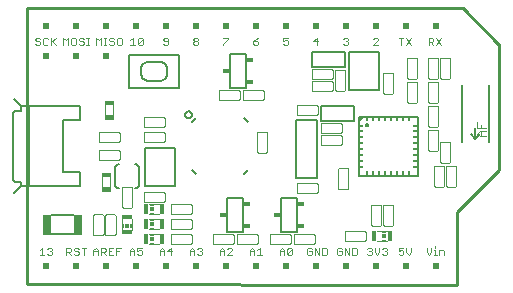
<source format=gto>
G75*
G70*
%OFA0B0*%
%FSLAX24Y24*%
%IPPOS*%
%LPD*%
%AMOC8*
5,1,8,0,0,1.08239X$1,22.5*
%
%ADD10C,0.0100*%
%ADD11C,0.0040*%
%ADD12C,0.0030*%
%ADD13R,0.0276X0.0138*%
%ADD14C,0.0050*%
%ADD15R,0.0094X0.0157*%
%ADD16R,0.0157X0.0094*%
%ADD17C,0.0080*%
%ADD18C,0.0060*%
%ADD19R,0.0290X0.0690*%
%ADD20C,0.0070*%
%ADD21R,0.0230X0.0180*%
%ADD22R,0.0157X0.0354*%
%ADD23R,0.0118X0.0059*%
%ADD24R,0.0118X0.0118*%
%ADD25R,0.0354X0.0157*%
%ADD26R,0.0059X0.0118*%
%ADD27R,0.0200X0.0200*%
D10*
X001820Y001850D02*
X016150Y001840D01*
X016150Y004250D01*
X017550Y005650D01*
X017550Y009850D01*
X017530Y009870D02*
X016350Y011050D01*
X001820Y011060D01*
X001820Y001850D01*
D11*
X002234Y002830D02*
X002394Y002830D01*
X002314Y002830D02*
X002314Y003070D01*
X002234Y002990D01*
X002492Y003030D02*
X002532Y003070D01*
X002612Y003070D01*
X002652Y003030D01*
X002652Y002990D01*
X002612Y002950D01*
X002652Y002910D01*
X002652Y002870D01*
X002612Y002830D01*
X002532Y002830D01*
X002492Y002870D01*
X002572Y002950D02*
X002612Y002950D01*
X003117Y002910D02*
X003237Y002910D01*
X003277Y002950D01*
X003277Y003030D01*
X003237Y003070D01*
X003117Y003070D01*
X003117Y002830D01*
X003197Y002910D02*
X003277Y002830D01*
X003374Y002870D02*
X003414Y002830D01*
X003494Y002830D01*
X003534Y002870D01*
X003534Y002910D01*
X003494Y002950D01*
X003414Y002950D01*
X003374Y002990D01*
X003374Y003030D01*
X003414Y003070D01*
X003494Y003070D01*
X003534Y003030D01*
X003632Y003070D02*
X003792Y003070D01*
X003712Y003070D02*
X003712Y002830D01*
X004019Y002830D02*
X004019Y002990D01*
X004099Y003070D01*
X004179Y002990D01*
X004179Y002830D01*
X004277Y002830D02*
X004277Y003070D01*
X004397Y003070D01*
X004437Y003030D01*
X004437Y002950D01*
X004397Y002910D01*
X004277Y002910D01*
X004357Y002910D02*
X004437Y002830D01*
X004534Y002830D02*
X004694Y002830D01*
X004792Y002830D02*
X004792Y003070D01*
X004952Y003070D01*
X004872Y002950D02*
X004792Y002950D01*
X004694Y003070D02*
X004534Y003070D01*
X004534Y002830D01*
X004534Y002950D02*
X004614Y002950D01*
X004179Y002950D02*
X004019Y002950D01*
X004993Y003673D02*
X004993Y004027D01*
X005307Y004027D02*
X005307Y003673D01*
X005873Y003693D02*
X006227Y003693D01*
X006227Y003507D02*
X005873Y003507D01*
X005873Y003193D02*
X006227Y003193D01*
X006314Y003070D02*
X006394Y002990D01*
X006394Y002830D01*
X006394Y002950D02*
X006234Y002950D01*
X006234Y002990D02*
X006234Y002830D01*
X006492Y002950D02*
X006652Y002950D01*
X006612Y002830D02*
X006612Y003070D01*
X006492Y002950D01*
X006314Y003070D02*
X006234Y002990D01*
X005652Y002950D02*
X005652Y002870D01*
X005612Y002830D01*
X005532Y002830D01*
X005492Y002870D01*
X005492Y002950D02*
X005572Y002990D01*
X005612Y002990D01*
X005652Y002950D01*
X005652Y003070D02*
X005492Y003070D01*
X005492Y002950D01*
X005394Y002950D02*
X005234Y002950D01*
X005234Y002990D02*
X005234Y002830D01*
X005394Y002830D02*
X005394Y002990D01*
X005314Y003070D01*
X005234Y002990D01*
X005873Y004007D02*
X006227Y004007D01*
X006227Y004193D02*
X005873Y004193D01*
X005873Y004507D02*
X006227Y004507D01*
X004588Y004955D02*
X004312Y004955D01*
X004312Y005545D01*
X004588Y005545D01*
X004588Y004955D01*
X007234Y002990D02*
X007314Y003070D01*
X007394Y002990D01*
X007394Y002830D01*
X007492Y002870D02*
X007532Y002830D01*
X007612Y002830D01*
X007652Y002870D01*
X007652Y002910D01*
X007612Y002950D01*
X007572Y002950D01*
X007612Y002950D02*
X007652Y002990D01*
X007652Y003030D01*
X007612Y003070D01*
X007532Y003070D01*
X007492Y003030D01*
X007394Y002950D02*
X007234Y002950D01*
X007234Y002990D02*
X007234Y002830D01*
X008234Y002830D02*
X008234Y002990D01*
X008314Y003070D01*
X008394Y002990D01*
X008394Y002830D01*
X008492Y002830D02*
X008652Y002990D01*
X008652Y003030D01*
X008612Y003070D01*
X008532Y003070D01*
X008492Y003030D01*
X008394Y002950D02*
X008234Y002950D01*
X008492Y002830D02*
X008652Y002830D01*
X009234Y002830D02*
X009234Y002990D01*
X009314Y003070D01*
X009394Y002990D01*
X009394Y002830D01*
X009492Y002830D02*
X009652Y002830D01*
X009572Y002830D02*
X009572Y003070D01*
X009492Y002990D01*
X009394Y002950D02*
X009234Y002950D01*
X010234Y002950D02*
X010394Y002950D01*
X010394Y002990D02*
X010314Y003070D01*
X010234Y002990D01*
X010234Y002830D01*
X010394Y002830D02*
X010394Y002990D01*
X010492Y003030D02*
X010532Y003070D01*
X010612Y003070D01*
X010652Y003030D01*
X010492Y002870D01*
X010532Y002830D01*
X010612Y002830D01*
X010652Y002870D01*
X010652Y003030D01*
X010492Y003030D02*
X010492Y002870D01*
X011147Y002870D02*
X011187Y002830D01*
X011267Y002830D01*
X011307Y002870D01*
X011307Y002950D01*
X011227Y002950D01*
X011307Y003030D02*
X011267Y003070D01*
X011187Y003070D01*
X011147Y003030D01*
X011147Y002870D01*
X011404Y002830D02*
X011404Y003070D01*
X011564Y002830D01*
X011564Y003070D01*
X011662Y003070D02*
X011782Y003070D01*
X011822Y003030D01*
X011822Y002870D01*
X011782Y002830D01*
X011662Y002830D01*
X011662Y003070D01*
X012147Y003030D02*
X012147Y002870D01*
X012187Y002830D01*
X012267Y002830D01*
X012307Y002870D01*
X012307Y002950D01*
X012227Y002950D01*
X012307Y003030D02*
X012267Y003070D01*
X012187Y003070D01*
X012147Y003030D01*
X012404Y003070D02*
X012564Y002830D01*
X012564Y003070D01*
X012662Y003070D02*
X012782Y003070D01*
X012822Y003030D01*
X012822Y002870D01*
X012782Y002830D01*
X012662Y002830D01*
X012662Y003070D01*
X012404Y003070D02*
X012404Y002830D01*
X013147Y002870D02*
X013187Y002830D01*
X013267Y002830D01*
X013307Y002870D01*
X013307Y002910D01*
X013267Y002950D01*
X013227Y002950D01*
X013267Y002950D02*
X013307Y002990D01*
X013307Y003030D01*
X013267Y003070D01*
X013187Y003070D01*
X013147Y003030D01*
X013404Y003070D02*
X013404Y002910D01*
X013484Y002830D01*
X013564Y002910D01*
X013564Y003070D01*
X013662Y003030D02*
X013702Y003070D01*
X013782Y003070D01*
X013822Y003030D01*
X013822Y002990D01*
X013782Y002950D01*
X013822Y002910D01*
X013822Y002870D01*
X013782Y002830D01*
X013702Y002830D01*
X013662Y002870D01*
X013742Y002950D02*
X013782Y002950D01*
X014204Y002950D02*
X014284Y002990D01*
X014324Y002990D01*
X014364Y002950D01*
X014364Y002870D01*
X014324Y002830D01*
X014244Y002830D01*
X014204Y002870D01*
X014204Y002950D02*
X014204Y003070D01*
X014364Y003070D01*
X014462Y003070D02*
X014462Y002910D01*
X014542Y002830D01*
X014622Y002910D01*
X014622Y003070D01*
X015132Y003070D02*
X015132Y002910D01*
X015213Y002830D01*
X015293Y002910D01*
X015293Y003070D01*
X015390Y002990D02*
X015430Y002990D01*
X015430Y002830D01*
X015390Y002830D02*
X015470Y002830D01*
X015562Y002830D02*
X015562Y002990D01*
X015682Y002990D01*
X015722Y002950D01*
X015722Y002830D01*
X015430Y003070D02*
X015430Y003110D01*
X013827Y003293D02*
X013473Y003293D01*
X013473Y003607D02*
X013827Y003607D01*
X004688Y007355D02*
X004412Y007355D01*
X004412Y007945D01*
X004688Y007945D01*
X004688Y007355D01*
X004674Y009830D02*
X004594Y009830D01*
X004554Y009870D01*
X004594Y009950D02*
X004554Y009990D01*
X004554Y010030D01*
X004594Y010070D01*
X004674Y010070D01*
X004714Y010030D01*
X004674Y009950D02*
X004714Y009910D01*
X004714Y009870D01*
X004674Y009830D01*
X004674Y009950D02*
X004594Y009950D01*
X004463Y009830D02*
X004382Y009830D01*
X004423Y009830D02*
X004423Y010070D01*
X004463Y010070D02*
X004382Y010070D01*
X004285Y010070D02*
X004285Y009830D01*
X004125Y009830D02*
X004125Y010070D01*
X004205Y009990D01*
X004285Y010070D01*
X003878Y010070D02*
X003798Y010070D01*
X003838Y010070D02*
X003838Y009830D01*
X003798Y009830D02*
X003878Y009830D01*
X003700Y009870D02*
X003660Y009830D01*
X003580Y009830D01*
X003540Y009870D01*
X003580Y009950D02*
X003660Y009950D01*
X003700Y009910D01*
X003700Y009870D01*
X003580Y009950D02*
X003540Y009990D01*
X003540Y010030D01*
X003580Y010070D01*
X003660Y010070D01*
X003700Y010030D01*
X003443Y010030D02*
X003443Y009870D01*
X003403Y009830D01*
X003323Y009830D01*
X003282Y009870D01*
X003282Y010030D01*
X003323Y010070D01*
X003403Y010070D01*
X003443Y010030D01*
X003185Y010070D02*
X003185Y009830D01*
X003025Y009830D02*
X003025Y010070D01*
X003105Y009990D01*
X003185Y010070D01*
X002772Y010070D02*
X002612Y009910D01*
X002652Y009950D02*
X002772Y009830D01*
X002612Y009830D02*
X002612Y010070D01*
X002514Y010030D02*
X002474Y010070D01*
X002394Y010070D01*
X002354Y010030D01*
X002354Y009870D01*
X002394Y009830D01*
X002474Y009830D01*
X002514Y009870D01*
X002257Y009870D02*
X002217Y009830D01*
X002137Y009830D01*
X002097Y009870D01*
X002137Y009950D02*
X002217Y009950D01*
X002257Y009910D01*
X002257Y009870D01*
X002137Y009950D02*
X002097Y009990D01*
X002097Y010030D01*
X002137Y010070D01*
X002217Y010070D01*
X002257Y010030D01*
X004812Y010030D02*
X004812Y009870D01*
X004852Y009830D01*
X004932Y009830D01*
X004972Y009870D01*
X004972Y010030D01*
X004932Y010070D01*
X004852Y010070D01*
X004812Y010030D01*
X005254Y009990D02*
X005334Y010070D01*
X005334Y009830D01*
X005254Y009830D02*
X005414Y009830D01*
X005512Y009870D02*
X005672Y010030D01*
X005672Y009870D01*
X005632Y009830D01*
X005552Y009830D01*
X005512Y009870D01*
X005512Y010030D01*
X005552Y010070D01*
X005632Y010070D01*
X005672Y010030D01*
X006362Y010030D02*
X006362Y009990D01*
X006402Y009950D01*
X006522Y009950D01*
X006522Y009870D02*
X006522Y010030D01*
X006482Y010070D01*
X006402Y010070D01*
X006362Y010030D01*
X006362Y009870D02*
X006402Y009830D01*
X006482Y009830D01*
X006522Y009870D01*
X007362Y009870D02*
X007362Y009910D01*
X007402Y009950D01*
X007482Y009950D01*
X007522Y009910D01*
X007522Y009870D01*
X007482Y009830D01*
X007402Y009830D01*
X007362Y009870D01*
X007402Y009950D02*
X007362Y009990D01*
X007362Y010030D01*
X007402Y010070D01*
X007482Y010070D01*
X007522Y010030D01*
X007522Y009990D01*
X007482Y009950D01*
X008362Y009870D02*
X008362Y009830D01*
X008362Y009870D02*
X008522Y010030D01*
X008522Y010070D01*
X008362Y010070D01*
X009362Y009950D02*
X009362Y009870D01*
X009402Y009830D01*
X009482Y009830D01*
X009522Y009870D01*
X009522Y009910D01*
X009482Y009950D01*
X009362Y009950D01*
X009442Y010030D01*
X009522Y010070D01*
X010362Y010070D02*
X010362Y009950D01*
X010442Y009990D01*
X010482Y009990D01*
X010522Y009950D01*
X010522Y009870D01*
X010482Y009830D01*
X010402Y009830D01*
X010362Y009870D01*
X010362Y010070D02*
X010522Y010070D01*
X011362Y009950D02*
X011522Y009950D01*
X011482Y009830D02*
X011482Y010070D01*
X011362Y009950D01*
X012362Y009870D02*
X012402Y009830D01*
X012482Y009830D01*
X012522Y009870D01*
X012522Y009910D01*
X012482Y009950D01*
X012442Y009950D01*
X012482Y009950D02*
X012522Y009990D01*
X012522Y010030D01*
X012482Y010070D01*
X012402Y010070D01*
X012362Y010030D01*
X013362Y010030D02*
X013402Y010070D01*
X013482Y010070D01*
X013522Y010030D01*
X013522Y009990D01*
X013362Y009830D01*
X013522Y009830D01*
X014204Y010070D02*
X014364Y010070D01*
X014284Y010070D02*
X014284Y009830D01*
X014462Y009830D02*
X014622Y010070D01*
X014462Y010070D02*
X014622Y009830D01*
X015204Y009830D02*
X015204Y010070D01*
X015324Y010070D01*
X015364Y010030D01*
X015364Y009950D01*
X015324Y009910D01*
X015204Y009910D01*
X015284Y009910D02*
X015364Y009830D01*
X015462Y009830D02*
X015622Y010070D01*
X015462Y010070D02*
X015622Y009830D01*
D12*
X015625Y009400D02*
X015875Y009400D01*
X015888Y009398D01*
X015900Y009393D01*
X015910Y009385D01*
X015918Y009375D01*
X015923Y009363D01*
X015925Y009350D01*
X015925Y008750D01*
X015923Y008737D01*
X015918Y008725D01*
X015910Y008715D01*
X015900Y008707D01*
X015888Y008702D01*
X015875Y008700D01*
X015625Y008700D01*
X015612Y008702D01*
X015600Y008707D01*
X015590Y008715D01*
X015582Y008725D01*
X015577Y008737D01*
X015575Y008750D01*
X015575Y009350D01*
X015577Y009363D01*
X015582Y009375D01*
X015590Y009385D01*
X015600Y009393D01*
X015612Y009398D01*
X015625Y009400D01*
X015525Y009350D02*
X015525Y008750D01*
X015523Y008737D01*
X015518Y008725D01*
X015510Y008715D01*
X015500Y008707D01*
X015488Y008702D01*
X015475Y008700D01*
X015225Y008700D01*
X015212Y008702D01*
X015200Y008707D01*
X015190Y008715D01*
X015182Y008725D01*
X015177Y008737D01*
X015175Y008750D01*
X015175Y009350D01*
X015177Y009363D01*
X015182Y009375D01*
X015190Y009385D01*
X015200Y009393D01*
X015212Y009398D01*
X015225Y009400D01*
X015475Y009400D01*
X015488Y009398D01*
X015500Y009393D01*
X015510Y009385D01*
X015518Y009375D01*
X015523Y009363D01*
X015525Y009350D01*
X014825Y009350D02*
X014825Y008750D01*
X014823Y008737D01*
X014818Y008725D01*
X014810Y008715D01*
X014800Y008707D01*
X014788Y008702D01*
X014775Y008700D01*
X014525Y008700D01*
X014512Y008702D01*
X014500Y008707D01*
X014490Y008715D01*
X014482Y008725D01*
X014477Y008737D01*
X014475Y008750D01*
X014475Y009350D01*
X014477Y009363D01*
X014482Y009375D01*
X014490Y009385D01*
X014500Y009393D01*
X014512Y009398D01*
X014525Y009400D01*
X014775Y009400D01*
X014788Y009398D01*
X014800Y009393D01*
X014810Y009385D01*
X014818Y009375D01*
X014823Y009363D01*
X014825Y009350D01*
X014025Y008850D02*
X014025Y008250D01*
X014023Y008237D01*
X014018Y008225D01*
X014010Y008215D01*
X014000Y008207D01*
X013988Y008202D01*
X013975Y008200D01*
X013725Y008200D01*
X013712Y008202D01*
X013700Y008207D01*
X013690Y008215D01*
X013682Y008225D01*
X013677Y008237D01*
X013675Y008250D01*
X013675Y008850D01*
X013677Y008863D01*
X013682Y008875D01*
X013690Y008885D01*
X013700Y008893D01*
X013712Y008898D01*
X013725Y008900D01*
X013975Y008900D01*
X013988Y008898D01*
X014000Y008893D01*
X014010Y008885D01*
X014018Y008875D01*
X014023Y008863D01*
X014025Y008850D01*
X014475Y008550D02*
X014475Y007950D01*
X014477Y007937D01*
X014482Y007925D01*
X014490Y007915D01*
X014500Y007907D01*
X014512Y007902D01*
X014525Y007900D01*
X014775Y007900D01*
X014788Y007902D01*
X014800Y007907D01*
X014810Y007915D01*
X014818Y007925D01*
X014823Y007937D01*
X014825Y007950D01*
X014825Y008550D01*
X014823Y008563D01*
X014818Y008575D01*
X014810Y008585D01*
X014800Y008593D01*
X014788Y008598D01*
X014775Y008600D01*
X014525Y008600D01*
X014512Y008598D01*
X014500Y008593D01*
X014490Y008585D01*
X014482Y008575D01*
X014477Y008563D01*
X014475Y008550D01*
X015175Y008550D02*
X015175Y007950D01*
X015177Y007937D01*
X015182Y007925D01*
X015190Y007915D01*
X015200Y007907D01*
X015212Y007902D01*
X015225Y007900D01*
X015475Y007900D01*
X015488Y007902D01*
X015500Y007907D01*
X015510Y007915D01*
X015518Y007925D01*
X015523Y007937D01*
X015525Y007950D01*
X015525Y008550D01*
X015523Y008563D01*
X015518Y008575D01*
X015510Y008585D01*
X015500Y008593D01*
X015488Y008598D01*
X015475Y008600D01*
X015225Y008600D01*
X015212Y008598D01*
X015200Y008593D01*
X015190Y008585D01*
X015182Y008575D01*
X015177Y008563D01*
X015175Y008550D01*
X015225Y007800D02*
X015475Y007800D01*
X015488Y007798D01*
X015500Y007793D01*
X015510Y007785D01*
X015518Y007775D01*
X015523Y007763D01*
X015525Y007750D01*
X015525Y007150D01*
X015523Y007137D01*
X015518Y007125D01*
X015510Y007115D01*
X015500Y007107D01*
X015488Y007102D01*
X015475Y007100D01*
X015225Y007100D01*
X015212Y007102D01*
X015200Y007107D01*
X015190Y007115D01*
X015182Y007125D01*
X015177Y007137D01*
X015175Y007150D01*
X015175Y007750D01*
X015177Y007763D01*
X015182Y007775D01*
X015190Y007785D01*
X015200Y007793D01*
X015212Y007798D01*
X015225Y007800D01*
X015225Y007000D02*
X015475Y007000D01*
X015488Y006998D01*
X015500Y006993D01*
X015510Y006985D01*
X015518Y006975D01*
X015523Y006963D01*
X015525Y006950D01*
X015525Y006350D01*
X015523Y006337D01*
X015518Y006325D01*
X015510Y006315D01*
X015500Y006307D01*
X015488Y006302D01*
X015475Y006300D01*
X015225Y006300D01*
X015212Y006302D01*
X015200Y006307D01*
X015190Y006315D01*
X015182Y006325D01*
X015177Y006337D01*
X015175Y006350D01*
X015175Y006950D01*
X015177Y006963D01*
X015182Y006975D01*
X015190Y006985D01*
X015200Y006993D01*
X015212Y006998D01*
X015225Y007000D01*
X015625Y006600D02*
X015875Y006600D01*
X015888Y006598D01*
X015900Y006593D01*
X015910Y006585D01*
X015918Y006575D01*
X015923Y006563D01*
X015925Y006550D01*
X015925Y005950D01*
X015923Y005937D01*
X015918Y005925D01*
X015910Y005915D01*
X015900Y005907D01*
X015888Y005902D01*
X015875Y005900D01*
X015625Y005900D01*
X015612Y005902D01*
X015600Y005907D01*
X015590Y005915D01*
X015582Y005925D01*
X015577Y005937D01*
X015575Y005950D01*
X015575Y006550D01*
X015577Y006563D01*
X015582Y006575D01*
X015590Y006585D01*
X015600Y006593D01*
X015612Y006598D01*
X015625Y006600D01*
X016815Y006872D02*
X016912Y006776D01*
X017105Y006776D01*
X016960Y006776D02*
X016960Y006969D01*
X016912Y006969D02*
X017105Y006969D01*
X017105Y007070D02*
X016815Y007070D01*
X016815Y007264D01*
X016960Y007167D02*
X016960Y007070D01*
X016912Y006969D02*
X016815Y006872D01*
X016075Y005800D02*
X015825Y005800D01*
X015812Y005798D01*
X015800Y005793D01*
X015790Y005785D01*
X015782Y005775D01*
X015777Y005763D01*
X015775Y005750D01*
X015775Y005150D01*
X015777Y005137D01*
X015782Y005125D01*
X015790Y005115D01*
X015800Y005107D01*
X015812Y005102D01*
X015825Y005100D01*
X016075Y005100D01*
X016088Y005102D01*
X016100Y005107D01*
X016110Y005115D01*
X016118Y005125D01*
X016123Y005137D01*
X016125Y005150D01*
X016125Y005750D01*
X016123Y005763D01*
X016118Y005775D01*
X016110Y005785D01*
X016100Y005793D01*
X016088Y005798D01*
X016075Y005800D01*
X015725Y005750D02*
X015725Y005150D01*
X015723Y005137D01*
X015718Y005125D01*
X015710Y005115D01*
X015700Y005107D01*
X015688Y005102D01*
X015675Y005100D01*
X015425Y005100D01*
X015412Y005102D01*
X015400Y005107D01*
X015390Y005115D01*
X015382Y005125D01*
X015377Y005137D01*
X015375Y005150D01*
X015375Y005750D01*
X015377Y005763D01*
X015382Y005775D01*
X015390Y005785D01*
X015400Y005793D01*
X015412Y005798D01*
X015425Y005800D01*
X015675Y005800D01*
X015688Y005798D01*
X015700Y005793D01*
X015710Y005785D01*
X015718Y005775D01*
X015723Y005763D01*
X015725Y005750D01*
X014025Y004450D02*
X014025Y003850D01*
X014023Y003837D01*
X014018Y003825D01*
X014010Y003815D01*
X014000Y003807D01*
X013988Y003802D01*
X013975Y003800D01*
X013725Y003800D01*
X013712Y003802D01*
X013700Y003807D01*
X013690Y003815D01*
X013682Y003825D01*
X013677Y003837D01*
X013675Y003850D01*
X013675Y004450D01*
X013677Y004463D01*
X013682Y004475D01*
X013690Y004485D01*
X013700Y004493D01*
X013712Y004498D01*
X013725Y004500D01*
X013975Y004500D01*
X013988Y004498D01*
X014000Y004493D01*
X014010Y004485D01*
X014018Y004475D01*
X014023Y004463D01*
X014025Y004450D01*
X013625Y004450D02*
X013625Y003850D01*
X013623Y003837D01*
X013618Y003825D01*
X013610Y003815D01*
X013600Y003807D01*
X013588Y003802D01*
X013575Y003800D01*
X013325Y003800D01*
X013312Y003802D01*
X013300Y003807D01*
X013290Y003815D01*
X013282Y003825D01*
X013277Y003837D01*
X013275Y003850D01*
X013275Y004450D01*
X013277Y004463D01*
X013282Y004475D01*
X013290Y004485D01*
X013300Y004493D01*
X013312Y004498D01*
X013325Y004500D01*
X013575Y004500D01*
X013588Y004498D01*
X013600Y004493D01*
X013610Y004485D01*
X013618Y004475D01*
X013623Y004463D01*
X013625Y004450D01*
X013050Y003625D02*
X012450Y003625D01*
X012437Y003623D01*
X012425Y003618D01*
X012415Y003610D01*
X012407Y003600D01*
X012402Y003588D01*
X012400Y003575D01*
X012400Y003325D01*
X012402Y003312D01*
X012407Y003300D01*
X012415Y003290D01*
X012425Y003282D01*
X012437Y003277D01*
X012450Y003275D01*
X013050Y003275D01*
X013063Y003277D01*
X013075Y003282D01*
X013085Y003290D01*
X013093Y003300D01*
X013098Y003312D01*
X013100Y003325D01*
X013100Y003575D01*
X013098Y003588D01*
X013093Y003600D01*
X013085Y003610D01*
X013075Y003618D01*
X013063Y003623D01*
X013050Y003625D01*
X011400Y003475D02*
X011400Y003225D01*
X011398Y003212D01*
X011393Y003200D01*
X011385Y003190D01*
X011375Y003182D01*
X011363Y003177D01*
X011350Y003175D01*
X010750Y003175D01*
X010737Y003177D01*
X010725Y003182D01*
X010715Y003190D01*
X010707Y003200D01*
X010702Y003212D01*
X010700Y003225D01*
X010700Y003475D01*
X010702Y003488D01*
X010707Y003500D01*
X010715Y003510D01*
X010725Y003518D01*
X010737Y003523D01*
X010750Y003525D01*
X011350Y003525D01*
X011363Y003523D01*
X011375Y003518D01*
X011385Y003510D01*
X011393Y003500D01*
X011398Y003488D01*
X011400Y003475D01*
X010600Y003475D02*
X010600Y003225D01*
X010598Y003212D01*
X010593Y003200D01*
X010585Y003190D01*
X010575Y003182D01*
X010563Y003177D01*
X010550Y003175D01*
X009950Y003175D01*
X009937Y003177D01*
X009925Y003182D01*
X009915Y003190D01*
X009907Y003200D01*
X009902Y003212D01*
X009900Y003225D01*
X009900Y003475D01*
X009902Y003488D01*
X009907Y003500D01*
X009915Y003510D01*
X009925Y003518D01*
X009937Y003523D01*
X009950Y003525D01*
X010550Y003525D01*
X010563Y003523D01*
X010575Y003518D01*
X010585Y003510D01*
X010593Y003500D01*
X010598Y003488D01*
X010600Y003475D01*
X009500Y003475D02*
X009500Y003225D01*
X009498Y003212D01*
X009493Y003200D01*
X009485Y003190D01*
X009475Y003182D01*
X009463Y003177D01*
X009450Y003175D01*
X008850Y003175D01*
X008837Y003177D01*
X008825Y003182D01*
X008815Y003190D01*
X008807Y003200D01*
X008802Y003212D01*
X008800Y003225D01*
X008800Y003475D01*
X008802Y003488D01*
X008807Y003500D01*
X008815Y003510D01*
X008825Y003518D01*
X008837Y003523D01*
X008850Y003525D01*
X009450Y003525D01*
X009463Y003523D01*
X009475Y003518D01*
X009485Y003510D01*
X009493Y003500D01*
X009498Y003488D01*
X009500Y003475D01*
X008700Y003475D02*
X008700Y003225D01*
X008698Y003212D01*
X008693Y003200D01*
X008685Y003190D01*
X008675Y003182D01*
X008663Y003177D01*
X008650Y003175D01*
X008050Y003175D01*
X008037Y003177D01*
X008025Y003182D01*
X008015Y003190D01*
X008007Y003200D01*
X008002Y003212D01*
X008000Y003225D01*
X008000Y003475D01*
X008002Y003488D01*
X008007Y003500D01*
X008015Y003510D01*
X008025Y003518D01*
X008037Y003523D01*
X008050Y003525D01*
X008650Y003525D01*
X008663Y003523D01*
X008675Y003518D01*
X008685Y003510D01*
X008693Y003500D01*
X008698Y003488D01*
X008700Y003475D01*
X007300Y003475D02*
X007300Y003225D01*
X007298Y003212D01*
X007293Y003200D01*
X007285Y003190D01*
X007275Y003182D01*
X007263Y003177D01*
X007250Y003175D01*
X006650Y003175D01*
X006637Y003177D01*
X006625Y003182D01*
X006615Y003190D01*
X006607Y003200D01*
X006602Y003212D01*
X006600Y003225D01*
X006600Y003475D01*
X006602Y003488D01*
X006607Y003500D01*
X006615Y003510D01*
X006625Y003518D01*
X006637Y003523D01*
X006650Y003525D01*
X007250Y003525D01*
X007263Y003523D01*
X007275Y003518D01*
X007285Y003510D01*
X007293Y003500D01*
X007298Y003488D01*
X007300Y003475D01*
X007250Y003675D02*
X006650Y003675D01*
X006637Y003677D01*
X006625Y003682D01*
X006615Y003690D01*
X006607Y003700D01*
X006602Y003712D01*
X006600Y003725D01*
X006600Y003975D01*
X006602Y003988D01*
X006607Y004000D01*
X006615Y004010D01*
X006625Y004018D01*
X006637Y004023D01*
X006650Y004025D01*
X007250Y004025D01*
X007263Y004023D01*
X007275Y004018D01*
X007285Y004010D01*
X007293Y004000D01*
X007298Y003988D01*
X007300Y003975D01*
X007300Y003725D01*
X007298Y003712D01*
X007293Y003700D01*
X007285Y003690D01*
X007275Y003682D01*
X007263Y003677D01*
X007250Y003675D01*
X007250Y004175D02*
X006650Y004175D01*
X006637Y004177D01*
X006625Y004182D01*
X006615Y004190D01*
X006607Y004200D01*
X006602Y004212D01*
X006600Y004225D01*
X006600Y004475D01*
X006602Y004488D01*
X006607Y004500D01*
X006615Y004510D01*
X006625Y004518D01*
X006637Y004523D01*
X006650Y004525D01*
X007250Y004525D01*
X007263Y004523D01*
X007275Y004518D01*
X007285Y004510D01*
X007293Y004500D01*
X007298Y004488D01*
X007300Y004475D01*
X007300Y004225D01*
X007298Y004212D01*
X007293Y004200D01*
X007285Y004190D01*
X007275Y004182D01*
X007263Y004177D01*
X007250Y004175D01*
X006400Y004625D02*
X006400Y004875D01*
X006398Y004888D01*
X006393Y004900D01*
X006385Y004910D01*
X006375Y004918D01*
X006363Y004923D01*
X006350Y004925D01*
X005750Y004925D01*
X005737Y004923D01*
X005725Y004918D01*
X005715Y004910D01*
X005707Y004900D01*
X005702Y004888D01*
X005700Y004875D01*
X005700Y004625D01*
X005702Y004612D01*
X005707Y004600D01*
X005715Y004590D01*
X005725Y004582D01*
X005737Y004577D01*
X005750Y004575D01*
X006350Y004575D01*
X006363Y004577D01*
X006375Y004582D01*
X006385Y004590D01*
X006393Y004600D01*
X006398Y004612D01*
X006400Y004625D01*
X005325Y004450D02*
X005325Y005050D01*
X005323Y005063D01*
X005318Y005075D01*
X005310Y005085D01*
X005300Y005093D01*
X005288Y005098D01*
X005275Y005100D01*
X005025Y005100D01*
X005012Y005098D01*
X005000Y005093D01*
X004990Y005085D01*
X004982Y005075D01*
X004977Y005063D01*
X004975Y005050D01*
X004975Y004450D01*
X004977Y004437D01*
X004982Y004425D01*
X004990Y004415D01*
X005000Y004407D01*
X005012Y004402D01*
X005025Y004400D01*
X005275Y004400D01*
X005288Y004402D01*
X005300Y004407D01*
X005310Y004415D01*
X005318Y004425D01*
X005323Y004437D01*
X005325Y004450D01*
X004765Y004130D02*
X004765Y003530D01*
X004763Y003517D01*
X004758Y003505D01*
X004750Y003495D01*
X004740Y003487D01*
X004728Y003482D01*
X004715Y003480D01*
X004465Y003480D01*
X004452Y003482D01*
X004440Y003487D01*
X004430Y003495D01*
X004422Y003505D01*
X004417Y003517D01*
X004415Y003530D01*
X004415Y004130D01*
X004417Y004143D01*
X004422Y004155D01*
X004430Y004165D01*
X004440Y004173D01*
X004452Y004178D01*
X004465Y004180D01*
X004715Y004180D01*
X004728Y004178D01*
X004740Y004173D01*
X004750Y004165D01*
X004758Y004155D01*
X004763Y004143D01*
X004765Y004130D01*
X004365Y004130D02*
X004365Y003530D01*
X004363Y003517D01*
X004358Y003505D01*
X004350Y003495D01*
X004340Y003487D01*
X004328Y003482D01*
X004315Y003480D01*
X004065Y003480D01*
X004052Y003482D01*
X004040Y003487D01*
X004030Y003495D01*
X004022Y003505D01*
X004017Y003517D01*
X004015Y003530D01*
X004015Y004130D01*
X004017Y004143D01*
X004022Y004155D01*
X004030Y004165D01*
X004040Y004173D01*
X004052Y004178D01*
X004065Y004180D01*
X004315Y004180D01*
X004328Y004178D01*
X004340Y004173D01*
X004350Y004165D01*
X004358Y004155D01*
X004363Y004143D01*
X004365Y004130D01*
X004250Y005975D02*
X004850Y005975D01*
X004863Y005977D01*
X004875Y005982D01*
X004885Y005990D01*
X004893Y006000D01*
X004898Y006012D01*
X004900Y006025D01*
X004900Y006275D01*
X004898Y006288D01*
X004893Y006300D01*
X004885Y006310D01*
X004875Y006318D01*
X004863Y006323D01*
X004850Y006325D01*
X004250Y006325D01*
X004237Y006323D01*
X004225Y006318D01*
X004215Y006310D01*
X004207Y006300D01*
X004202Y006288D01*
X004200Y006275D01*
X004200Y006025D01*
X004202Y006012D01*
X004207Y006000D01*
X004215Y005990D01*
X004225Y005982D01*
X004237Y005977D01*
X004250Y005975D01*
X004250Y006575D02*
X004850Y006575D01*
X004863Y006577D01*
X004875Y006582D01*
X004885Y006590D01*
X004893Y006600D01*
X004898Y006612D01*
X004900Y006625D01*
X004900Y006875D01*
X004898Y006888D01*
X004893Y006900D01*
X004885Y006910D01*
X004875Y006918D01*
X004863Y006923D01*
X004850Y006925D01*
X004250Y006925D01*
X004237Y006923D01*
X004225Y006918D01*
X004215Y006910D01*
X004207Y006900D01*
X004202Y006888D01*
X004200Y006875D01*
X004200Y006625D01*
X004202Y006612D01*
X004207Y006600D01*
X004215Y006590D01*
X004225Y006582D01*
X004237Y006577D01*
X004250Y006575D01*
X005700Y006625D02*
X005700Y006875D01*
X005702Y006888D01*
X005707Y006900D01*
X005715Y006910D01*
X005725Y006918D01*
X005737Y006923D01*
X005750Y006925D01*
X006350Y006925D01*
X006363Y006923D01*
X006375Y006918D01*
X006385Y006910D01*
X006393Y006900D01*
X006398Y006888D01*
X006400Y006875D01*
X006400Y006625D01*
X006398Y006612D01*
X006393Y006600D01*
X006385Y006590D01*
X006375Y006582D01*
X006363Y006577D01*
X006350Y006575D01*
X005750Y006575D01*
X005737Y006577D01*
X005725Y006582D01*
X005715Y006590D01*
X005707Y006600D01*
X005702Y006612D01*
X005700Y006625D01*
X005750Y007075D02*
X006350Y007075D01*
X006363Y007077D01*
X006375Y007082D01*
X006385Y007090D01*
X006393Y007100D01*
X006398Y007112D01*
X006400Y007125D01*
X006400Y007375D01*
X006398Y007388D01*
X006393Y007400D01*
X006385Y007410D01*
X006375Y007418D01*
X006363Y007423D01*
X006350Y007425D01*
X005750Y007425D01*
X005737Y007423D01*
X005725Y007418D01*
X005715Y007410D01*
X005707Y007400D01*
X005702Y007388D01*
X005700Y007375D01*
X005700Y007125D01*
X005702Y007112D01*
X005707Y007100D01*
X005715Y007090D01*
X005725Y007082D01*
X005737Y007077D01*
X005750Y007075D01*
X008200Y008025D02*
X008200Y008275D01*
X008202Y008288D01*
X008207Y008300D01*
X008215Y008310D01*
X008225Y008318D01*
X008237Y008323D01*
X008250Y008325D01*
X008850Y008325D01*
X008863Y008323D01*
X008875Y008318D01*
X008885Y008310D01*
X008893Y008300D01*
X008898Y008288D01*
X008900Y008275D01*
X008900Y008025D01*
X008898Y008012D01*
X008893Y008000D01*
X008885Y007990D01*
X008875Y007982D01*
X008863Y007977D01*
X008850Y007975D01*
X008250Y007975D01*
X008237Y007977D01*
X008225Y007982D01*
X008215Y007990D01*
X008207Y008000D01*
X008202Y008012D01*
X008200Y008025D01*
X009000Y008025D02*
X009000Y008275D01*
X009002Y008288D01*
X009007Y008300D01*
X009015Y008310D01*
X009025Y008318D01*
X009037Y008323D01*
X009050Y008325D01*
X009650Y008325D01*
X009663Y008323D01*
X009675Y008318D01*
X009685Y008310D01*
X009693Y008300D01*
X009698Y008288D01*
X009700Y008275D01*
X009700Y008025D01*
X009698Y008012D01*
X009693Y008000D01*
X009685Y007990D01*
X009675Y007982D01*
X009663Y007977D01*
X009650Y007975D01*
X009050Y007975D01*
X009037Y007977D01*
X009025Y007982D01*
X009015Y007990D01*
X009007Y008000D01*
X009002Y008012D01*
X009000Y008025D01*
X009525Y006940D02*
X009775Y006940D01*
X009788Y006938D01*
X009800Y006933D01*
X009810Y006925D01*
X009818Y006915D01*
X009823Y006903D01*
X009825Y006890D01*
X009825Y006290D01*
X009823Y006277D01*
X009818Y006265D01*
X009810Y006255D01*
X009800Y006247D01*
X009788Y006242D01*
X009775Y006240D01*
X009525Y006240D01*
X009512Y006242D01*
X009500Y006247D01*
X009490Y006255D01*
X009482Y006265D01*
X009477Y006277D01*
X009475Y006290D01*
X009475Y006890D01*
X009477Y006903D01*
X009482Y006915D01*
X009490Y006925D01*
X009500Y006933D01*
X009512Y006938D01*
X009525Y006940D01*
X010800Y007525D02*
X010800Y007775D01*
X010802Y007788D01*
X010807Y007800D01*
X010815Y007810D01*
X010825Y007818D01*
X010837Y007823D01*
X010850Y007825D01*
X011450Y007825D01*
X011463Y007823D01*
X011475Y007818D01*
X011485Y007810D01*
X011493Y007800D01*
X011498Y007788D01*
X011500Y007775D01*
X011500Y007525D01*
X011498Y007512D01*
X011493Y007500D01*
X011485Y007490D01*
X011475Y007482D01*
X011463Y007477D01*
X011450Y007475D01*
X010850Y007475D01*
X010837Y007477D01*
X010825Y007482D01*
X010815Y007490D01*
X010807Y007500D01*
X010802Y007512D01*
X010800Y007525D01*
X011600Y007175D02*
X011600Y006925D01*
X011602Y006912D01*
X011607Y006900D01*
X011615Y006890D01*
X011625Y006882D01*
X011637Y006877D01*
X011650Y006875D01*
X012250Y006875D01*
X012263Y006877D01*
X012275Y006882D01*
X012285Y006890D01*
X012293Y006900D01*
X012298Y006912D01*
X012300Y006925D01*
X012300Y007175D01*
X012298Y007188D01*
X012293Y007200D01*
X012285Y007210D01*
X012275Y007218D01*
X012263Y007223D01*
X012250Y007225D01*
X011650Y007225D01*
X011637Y007223D01*
X011625Y007218D01*
X011615Y007210D01*
X011607Y007200D01*
X011602Y007188D01*
X011600Y007175D01*
X011650Y006825D02*
X012250Y006825D01*
X012263Y006823D01*
X012275Y006818D01*
X012285Y006810D01*
X012293Y006800D01*
X012298Y006788D01*
X012300Y006775D01*
X012300Y006525D01*
X012298Y006512D01*
X012293Y006500D01*
X012285Y006490D01*
X012275Y006482D01*
X012263Y006477D01*
X012250Y006475D01*
X011650Y006475D01*
X011637Y006477D01*
X011625Y006482D01*
X011615Y006490D01*
X011607Y006500D01*
X011602Y006512D01*
X011600Y006525D01*
X011600Y006775D01*
X011602Y006788D01*
X011607Y006800D01*
X011615Y006810D01*
X011625Y006818D01*
X011637Y006823D01*
X011650Y006825D01*
X012225Y005720D02*
X012475Y005720D01*
X012488Y005718D01*
X012500Y005713D01*
X012510Y005705D01*
X012518Y005695D01*
X012523Y005683D01*
X012525Y005670D01*
X012525Y005070D01*
X012523Y005057D01*
X012518Y005045D01*
X012510Y005035D01*
X012500Y005027D01*
X012488Y005022D01*
X012475Y005020D01*
X012225Y005020D01*
X012212Y005022D01*
X012200Y005027D01*
X012190Y005035D01*
X012182Y005045D01*
X012177Y005057D01*
X012175Y005070D01*
X012175Y005670D01*
X012177Y005683D01*
X012182Y005695D01*
X012190Y005705D01*
X012200Y005713D01*
X012212Y005718D01*
X012225Y005720D01*
X011500Y005175D02*
X011500Y004925D01*
X011498Y004912D01*
X011493Y004900D01*
X011485Y004890D01*
X011475Y004882D01*
X011463Y004877D01*
X011450Y004875D01*
X010850Y004875D01*
X010837Y004877D01*
X010825Y004882D01*
X010815Y004890D01*
X010807Y004900D01*
X010802Y004912D01*
X010800Y004925D01*
X010800Y005175D01*
X010802Y005188D01*
X010807Y005200D01*
X010815Y005210D01*
X010825Y005218D01*
X010837Y005223D01*
X010850Y005225D01*
X011450Y005225D01*
X011463Y005223D01*
X011475Y005218D01*
X011485Y005210D01*
X011493Y005200D01*
X011498Y005188D01*
X011500Y005175D01*
X011350Y008275D02*
X011950Y008275D01*
X011963Y008277D01*
X011975Y008282D01*
X011985Y008290D01*
X011993Y008300D01*
X011998Y008312D01*
X012000Y008325D01*
X012000Y008575D01*
X011998Y008588D01*
X011993Y008600D01*
X011985Y008610D01*
X011975Y008618D01*
X011963Y008623D01*
X011950Y008625D01*
X011350Y008625D01*
X011337Y008623D01*
X011325Y008618D01*
X011315Y008610D01*
X011307Y008600D01*
X011302Y008588D01*
X011300Y008575D01*
X011300Y008325D01*
X011302Y008312D01*
X011307Y008300D01*
X011315Y008290D01*
X011325Y008282D01*
X011337Y008277D01*
X011350Y008275D01*
X011350Y008675D02*
X011950Y008675D01*
X011963Y008677D01*
X011975Y008682D01*
X011985Y008690D01*
X011993Y008700D01*
X011998Y008712D01*
X012000Y008725D01*
X012000Y008975D01*
X011998Y008988D01*
X011993Y009000D01*
X011985Y009010D01*
X011975Y009018D01*
X011963Y009023D01*
X011950Y009025D01*
X011350Y009025D01*
X011337Y009023D01*
X011325Y009018D01*
X011315Y009010D01*
X011307Y009000D01*
X011302Y008988D01*
X011300Y008975D01*
X011300Y008725D01*
X011302Y008712D01*
X011307Y008700D01*
X011315Y008690D01*
X011325Y008682D01*
X011337Y008677D01*
X011350Y008675D01*
X012075Y008950D02*
X012075Y008350D01*
X012077Y008337D01*
X012082Y008325D01*
X012090Y008315D01*
X012100Y008307D01*
X012112Y008302D01*
X012125Y008300D01*
X012375Y008300D01*
X012388Y008302D01*
X012400Y008307D01*
X012410Y008315D01*
X012418Y008325D01*
X012423Y008337D01*
X012425Y008350D01*
X012425Y008950D01*
X012423Y008963D01*
X012418Y008975D01*
X012410Y008985D01*
X012400Y008993D01*
X012388Y008998D01*
X012375Y009000D01*
X012125Y009000D01*
X012112Y008998D01*
X012100Y008993D01*
X012090Y008985D01*
X012082Y008975D01*
X012077Y008963D01*
X012075Y008950D01*
D13*
X004550Y007876D03*
X004550Y007424D03*
X004450Y005476D03*
X004450Y005024D03*
D14*
X003572Y005111D02*
X003572Y005584D01*
X003021Y005584D01*
X003021Y007316D01*
X003572Y007316D01*
X003572Y007789D01*
X001879Y007789D01*
X001879Y005111D01*
X001604Y005111D01*
X001604Y005269D01*
X001426Y005269D01*
X001426Y005268D02*
X001409Y005272D01*
X001394Y005280D01*
X001380Y005290D01*
X001368Y005302D01*
X001358Y005317D01*
X001351Y005333D01*
X001348Y005350D01*
X001347Y005367D01*
X001348Y005367D02*
X001348Y007552D01*
X001347Y007553D02*
X001351Y007570D01*
X001359Y007585D01*
X001369Y007599D01*
X001381Y007611D01*
X001396Y007621D01*
X001412Y007628D01*
X001429Y007631D01*
X001446Y007632D01*
X001446Y007631D02*
X001604Y007631D01*
X001604Y007789D01*
X001879Y007789D01*
X005223Y008399D02*
X005223Y009501D01*
X006877Y009501D01*
X006877Y008399D01*
X005223Y008399D01*
X005617Y008871D02*
X005617Y009029D01*
X005619Y009057D01*
X005624Y009085D01*
X005632Y009113D01*
X005644Y009139D01*
X005659Y009163D01*
X005676Y009185D01*
X005697Y009206D01*
X005719Y009223D01*
X005743Y009238D01*
X005769Y009250D01*
X005797Y009258D01*
X005825Y009263D01*
X005853Y009265D01*
X006247Y009265D01*
X006275Y009263D01*
X006303Y009258D01*
X006331Y009250D01*
X006357Y009238D01*
X006381Y009223D01*
X006403Y009206D01*
X006424Y009185D01*
X006441Y009163D01*
X006456Y009139D01*
X006468Y009113D01*
X006476Y009085D01*
X006481Y009057D01*
X006483Y009029D01*
X006483Y008871D01*
X006481Y008843D01*
X006476Y008815D01*
X006468Y008787D01*
X006456Y008761D01*
X006441Y008737D01*
X006424Y008715D01*
X006403Y008694D01*
X006381Y008677D01*
X006357Y008662D01*
X006331Y008650D01*
X006303Y008642D01*
X006275Y008637D01*
X006247Y008635D01*
X005853Y008635D01*
X005825Y008637D01*
X005797Y008642D01*
X005769Y008650D01*
X005743Y008662D01*
X005719Y008677D01*
X005697Y008694D01*
X005676Y008715D01*
X005659Y008737D01*
X005644Y008761D01*
X005632Y008787D01*
X005624Y008815D01*
X005619Y008843D01*
X005617Y008871D01*
X007088Y007500D02*
X007090Y007521D01*
X007096Y007540D01*
X007105Y007559D01*
X007117Y007575D01*
X007133Y007589D01*
X007150Y007600D01*
X007169Y007608D01*
X007190Y007612D01*
X007210Y007612D01*
X007231Y007608D01*
X007250Y007600D01*
X007267Y007589D01*
X007283Y007575D01*
X007295Y007559D01*
X007304Y007540D01*
X007310Y007521D01*
X007312Y007500D01*
X007310Y007479D01*
X007304Y007460D01*
X007295Y007441D01*
X007283Y007425D01*
X007267Y007411D01*
X007250Y007400D01*
X007231Y007392D01*
X007210Y007388D01*
X007190Y007388D01*
X007169Y007392D01*
X007150Y007400D01*
X007133Y007411D01*
X007117Y007425D01*
X007105Y007441D01*
X007096Y007460D01*
X007090Y007479D01*
X007088Y007500D01*
X006742Y006380D02*
X005758Y006380D01*
X005758Y005120D01*
X006742Y005120D01*
X006742Y006380D01*
X003572Y005111D02*
X001879Y005111D01*
X010766Y005385D02*
X011474Y005385D01*
X011474Y007315D01*
X010766Y007315D01*
X010766Y005385D01*
X012866Y005466D02*
X012866Y005623D01*
X012866Y005466D02*
X013023Y005466D01*
X012866Y005466D02*
X014834Y005466D01*
X014677Y005466D01*
X014834Y005466D02*
X014834Y005623D01*
X014834Y005466D02*
X014834Y007434D01*
X014834Y007277D01*
X014834Y007434D02*
X014677Y007434D01*
X014834Y007434D02*
X012866Y007434D01*
X012866Y005466D01*
X013102Y007159D02*
X013104Y007171D01*
X013109Y007182D01*
X013118Y007191D01*
X013129Y007196D01*
X013141Y007198D01*
X013153Y007196D01*
X013164Y007191D01*
X013173Y007182D01*
X013178Y007171D01*
X013180Y007159D01*
X013178Y007147D01*
X013173Y007136D01*
X013164Y007127D01*
X013153Y007122D01*
X013141Y007120D01*
X013129Y007122D01*
X013118Y007127D01*
X013109Y007136D01*
X013104Y007147D01*
X013102Y007159D01*
X012866Y007277D02*
X013023Y007434D01*
X012700Y007300D02*
X012700Y007800D01*
X011600Y007800D01*
X011600Y007300D01*
X012700Y007300D01*
X012558Y008320D02*
X012558Y009580D01*
X013542Y009580D01*
X013542Y008320D01*
X012558Y008320D01*
X012400Y009100D02*
X011300Y009100D01*
X011300Y009600D01*
X012400Y009600D01*
X012400Y009100D01*
D15*
X013161Y007356D03*
X013358Y007356D03*
X013555Y007356D03*
X013752Y007356D03*
X013948Y007356D03*
X014145Y007356D03*
X014342Y007356D03*
X014539Y007356D03*
X014539Y005544D03*
X014342Y005544D03*
X014145Y005544D03*
X013948Y005544D03*
X013752Y005544D03*
X013555Y005544D03*
X013358Y005544D03*
X013161Y005544D03*
D16*
X012944Y005761D03*
X012944Y005958D03*
X012944Y006155D03*
X012944Y006352D03*
X012944Y006548D03*
X012944Y006745D03*
X012944Y006942D03*
X012944Y007139D03*
X014756Y007139D03*
X014756Y006942D03*
X014756Y006745D03*
X014756Y006548D03*
X014756Y006352D03*
X014756Y006155D03*
X014756Y005958D03*
X014756Y005761D03*
D17*
X016300Y006600D02*
X016300Y008500D01*
X017200Y008500D02*
X017200Y006600D01*
X016900Y006850D02*
X016750Y006700D01*
X016600Y006850D01*
X016750Y006700D02*
X016750Y007050D01*
X005544Y005765D02*
X005544Y005135D01*
X005543Y005135D02*
X005538Y005119D01*
X005530Y005103D01*
X005520Y005089D01*
X005508Y005077D01*
X005493Y005067D01*
X005477Y005060D01*
X005460Y005056D01*
X005443Y005055D01*
X005425Y005057D01*
X004875Y005057D02*
X004857Y005055D01*
X004840Y005056D01*
X004823Y005060D01*
X004807Y005067D01*
X004792Y005077D01*
X004780Y005089D01*
X004770Y005103D01*
X004762Y005119D01*
X004757Y005135D01*
X004756Y005135D02*
X004756Y005765D01*
X004757Y005765D02*
X004762Y005781D01*
X004770Y005797D01*
X004780Y005811D01*
X004792Y005823D01*
X004807Y005833D01*
X004823Y005840D01*
X004840Y005844D01*
X004857Y005845D01*
X004875Y005843D01*
X005425Y005843D02*
X005443Y005845D01*
X005460Y005844D01*
X005477Y005840D01*
X005493Y005833D01*
X005508Y005823D01*
X005520Y005811D01*
X005530Y005797D01*
X005538Y005781D01*
X005543Y005765D01*
X003572Y005584D02*
X003572Y005111D01*
X002942Y005111D01*
X003021Y005584D02*
X003572Y005584D01*
X003021Y005584D02*
X003021Y007316D01*
X003572Y007316D01*
X003572Y007789D01*
X002942Y007789D01*
X001879Y007789D02*
X001879Y005111D01*
X001604Y005111D02*
X001367Y004875D01*
X001604Y007789D02*
X001367Y008025D01*
D18*
X002615Y004150D02*
X003370Y004150D01*
X003370Y003510D02*
X002615Y003510D01*
X008490Y003590D02*
X008490Y004710D01*
X009010Y004710D01*
X009010Y003590D01*
X008490Y003590D01*
X010290Y003590D02*
X010290Y004710D01*
X010810Y004710D01*
X010810Y003590D01*
X010290Y003590D01*
X009110Y008390D02*
X008590Y008390D01*
X008590Y009510D01*
X009110Y009510D01*
X009110Y008390D01*
D19*
X003510Y003830D03*
X002470Y003830D03*
D20*
X007325Y005643D02*
X007443Y005525D01*
X009057Y005525D02*
X009175Y005643D01*
X009175Y007257D02*
X009057Y007375D01*
X007443Y007375D02*
X007325Y007257D01*
D21*
X009245Y008580D03*
X008455Y008950D03*
X009245Y009320D03*
X009145Y004520D03*
X008355Y004150D03*
X009145Y003780D03*
X010155Y004150D03*
X010945Y003780D03*
X010945Y004520D03*
D22*
X013394Y003450D03*
X013906Y003450D03*
X006306Y003350D03*
X005794Y003350D03*
X005794Y003850D03*
X006306Y003850D03*
X006306Y004350D03*
X005794Y004350D03*
D23*
X005991Y004202D03*
X005991Y003998D03*
X005991Y003702D03*
X005991Y003498D03*
X005991Y003202D03*
X005991Y004498D03*
X013709Y003598D03*
X013709Y003302D03*
D24*
X013709Y003450D03*
X005991Y003350D03*
X005991Y003850D03*
X005991Y004350D03*
X005150Y003791D03*
D25*
X005150Y003594D03*
X005150Y004106D03*
D26*
X005002Y003791D03*
X005298Y003791D03*
D27*
X005450Y002450D03*
X004450Y002450D03*
X003450Y002450D03*
X002450Y002450D03*
X006450Y002450D03*
X007450Y002450D03*
X008450Y002450D03*
X009450Y002450D03*
X010450Y002450D03*
X011450Y002450D03*
X012450Y002450D03*
X013450Y002450D03*
X014450Y002450D03*
X015450Y002450D03*
X004450Y009450D03*
X003450Y009450D03*
X002450Y009450D03*
X002450Y010450D03*
X003450Y010450D03*
X004450Y010450D03*
X005450Y010450D03*
X006450Y010450D03*
X007450Y010450D03*
X008450Y010450D03*
X009450Y010450D03*
X010450Y010450D03*
X011450Y010450D03*
X012450Y010450D03*
X013450Y010450D03*
X014450Y010450D03*
X015450Y010450D03*
M02*

</source>
